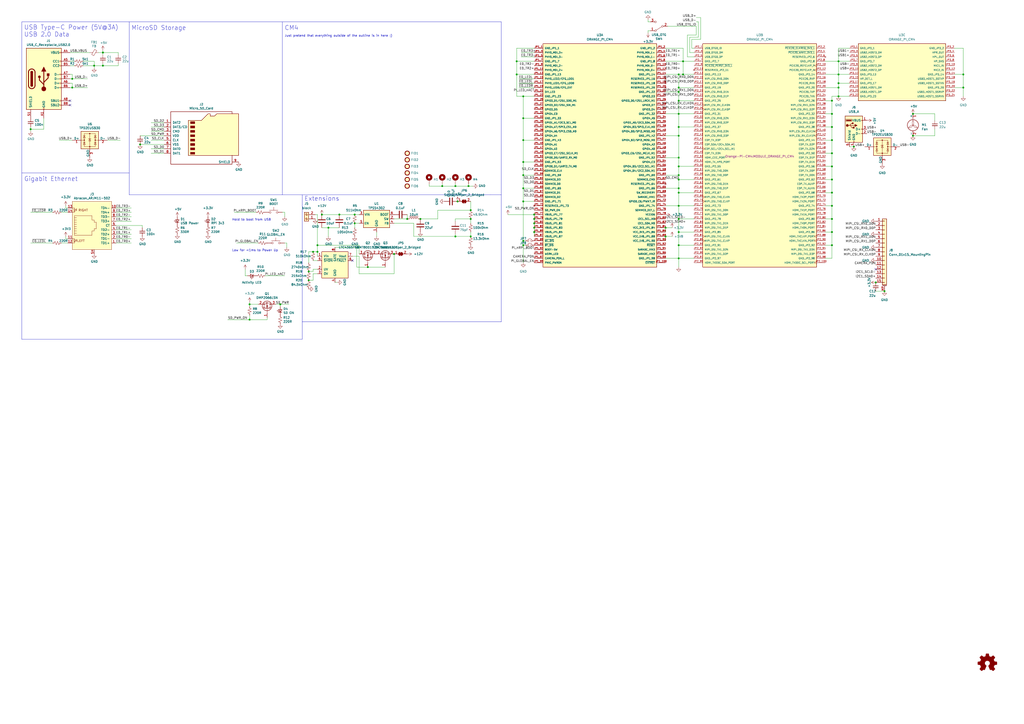
<source format=kicad_sch>
(kicad_sch (version 20230121) (generator eeschema)
  (paper "A2")
  (title_block (title "cm4-carrier-net") (date "2021-09-17") (rev "v1.0a") (company "fourside.io") (comment 1 "twitch.tv/jkiv"))
  (junction (at 529.59 66.04))
  (junction (at 486.41 48.26))
  (junction (at 482.6 119.38))
  (junction (at 558.8 43.18))
  (junction (at 59.69 30.48))
  (junction (at 196.85 124.46))
  (junction (at 205.74 124.46))
  (junction (at 393.7 73.66))
  (junction (at 264.16 107.95))
  (junction (at 482.6 104.14))
  (junction (at 273.05 137.16))
  (junction (at 213.36 154.94))
  (junction (at 393.7 96.52))
  (junction (at 17.78 74.93))
  (junction (at 393.7 91.44))
  (junction (at 558.8 50.8))
  (junction (at 309.88 134.62))
  (junction (at 393.7 78.74))
  (junction (at 303.53 101.6))
  (junction (at 309.88 124.46))
  (junction (at 299.72 43.18))
  (junction (at 486.41 50.8))
  (junction (at 393.7 66.04))
  (junction (at 59.69 38.1))
  (junction (at 303.53 81.28))
  (junction (at 482.6 66.04))
  (junction (at 482.6 81.28))
  (junction (at 186.69 124.46))
  (junction (at 529.59 78.74))
  (junction (at 393.7 149.86))
  (junction (at 393.7 119.38))
  (junction (at 482.6 96.52))
  (junction (at 303.53 142.24))
  (junction (at 309.88 132.08))
  (junction (at 486.41 55.88))
  (junction (at 81.28 83.82))
  (junction (at 41.91 50.8))
  (junction (at 482.6 73.66))
  (junction (at 508 163.83))
  (junction (at 482.6 88.9))
  (junction (at 144.78 176.53))
  (junction (at 273.05 127))
  (junction (at 393.7 101.6))
  (junction (at 303.53 68.58))
  (junction (at 393.7 142.24))
  (junction (at 243.84 127))
  (junction (at 386.08 132.08))
  (junction (at 482.6 111.76))
  (junction (at 386.08 137.16))
  (junction (at 482.6 134.62))
  (junction (at 54.61 38.1))
  (junction (at 482.6 127))
  (junction (at 393.7 43.18))
  (junction (at 144.78 185.42))
  (junction (at 393.7 50.8))
  (junction (at 396.24 35.56))
  (junction (at 303.53 116.84))
  (junction (at 495.3 85.09))
  (junction (at 179.07 162.56))
  (junction (at 184.15 146.05))
  (junction (at 303.53 93.98))
  (junction (at 273.05 121.92))
  (junction (at 393.7 127))
  (junction (at 236.22 127))
  (junction (at 271.78 107.95))
  (junction (at 309.88 129.54))
  (junction (at 205.74 129.54))
  (junction (at 393.7 104.14))
  (junction (at 179.07 157.48))
  (junction (at 303.53 109.22))
  (junction (at 228.6 147.32))
  (junction (at 264.16 137.16))
  (junction (at 396.24 43.18))
  (junction (at 393.7 109.22))
  (junction (at 190.5 132.08))
  (junction (at 486.41 43.18))
  (junction (at 256.54 107.95))
  (junction (at 265.43 116.84))
  (junction (at 309.88 127))
  (junction (at 184.15 142.24))
  (junction (at 393.7 58.42))
  (junction (at 393.7 111.76))
  (junction (at 41.91 45.72))
  (junction (at 513.08 168.91))
  (junction (at 393.7 53.34))
  (junction (at 482.6 58.42))
  (junction (at 181.61 146.05))
  (junction (at 393.7 134.62))
  (junction (at 303.53 55.88))
  (junction (at 162.56 176.53))
  (junction (at 299.72 35.56))
  (junction (at 482.6 142.24))
  (junction (at 303.53 139.7))
  (junction (at 486.41 35.56))
  (no_connect (at 40.64 58.42))
  (no_connect (at 204.47 151.13))
  (no_connect (at 508 156.21))
  (no_connect (at 40.64 60.96))
  (wire (pts (xy 482.6 149.86) (xy 482.6 142.24)))
  (wire (pts (xy 492.76 27.94) (xy 486.41 27.94)))
  (wire (pts (xy 492.76 85.09) (xy 495.3 85.09)))
  (wire (pts (xy 393.7 142.24) (xy 402.59 142.24)))
  (wire (pts (xy 95.25 73.66) (xy 87.63 73.66)))
  (wire (pts (xy 393.7 134.62) (xy 393.7 142.24)))
  (wire (pts (xy 393.7 58.42) (xy 393.7 66.04)))
  (wire (pts (xy 81.28 83.82) (xy 95.25 83.82)))
  (wire (pts (xy 243.84 127) (xy 254 127)))
  (wire (pts (xy 48.26 35.56) (xy 54.61 35.56)))
  (wire (pts (xy 486.41 43.18) (xy 486.41 48.26)))
  (polyline (pts (xy 12.7 196.85) (xy 175.26 196.85)) (stroke (width 0) (type solid)))
  (wire (pts (xy 303.53 81.28) (xy 309.88 81.28)))
  (wire (pts (xy 273.05 127) (xy 273.05 129.54)))
  (wire (pts (xy 218.44 134.62) (xy 218.44 137.16)))
  (wire (pts (xy 393.7 43.18) (xy 396.24 43.18)))
  (wire (pts (xy 478.79 119.38) (xy 482.6 119.38)))
  (wire (pts (xy 67.31 140.97) (xy 76.2 140.97)))
  (wire (pts (xy 67.31 138.43) (xy 76.2 138.43)))
  (wire (pts (xy 478.79 58.42) (xy 482.6 58.42)))
  (polyline (pts (xy 175.26 186.69) (xy 290.83 186.69)) (stroke (width 0) (type solid)))
  (wire (pts (xy 41.91 45.72) (xy 40.64 45.72)))
  (wire (pts (xy 135.89 123.19) (xy 148.59 123.19)))
  (wire (pts (xy 166.37 140.97) (xy 166.37 143.51)))
  (wire (pts (xy 553.72 27.94) (xy 558.8 27.94)))
  (wire (pts (xy 149.86 140.97) (xy 137.16 140.97)))
  (wire (pts (xy 478.79 149.86) (xy 482.6 149.86)))
  (wire (pts (xy 43.18 35.56) (xy 40.64 35.56)))
  (wire (pts (xy 398.78 20.32) (xy 403.86 20.32)))
  (wire (pts (xy 38.1 138.43) (xy 39.37 138.43)))
  (wire (pts (xy 303.53 101.6) (xy 303.53 93.98)))
  (wire (pts (xy 309.88 132.08) (xy 309.88 134.62)))
  (wire (pts (xy 68.58 38.1) (xy 59.69 38.1)))
  (wire (pts (xy 403.86 20.32) (xy 403.86 15.24)))
  (wire (pts (xy 132.08 185.42) (xy 144.78 185.42)))
  (polyline (pts (xy 290.83 12.7) (xy 290.83 186.69)) (stroke (width 0) (type solid)))
  (wire (pts (xy 396.24 43.18) (xy 396.24 35.56)))
  (wire (pts (xy 393.7 96.52) (xy 402.59 96.52)))
  (wire (pts (xy 254 121.92) (xy 254 127)))
  (wire (pts (xy 196.85 124.46) (xy 205.74 124.46)))
  (wire (pts (xy 248.92 106.68) (xy 248.92 107.95)))
  (wire (pts (xy 207.01 143.51) (xy 194.31 143.51)))
  (wire (pts (xy 274.32 107.95) (xy 271.78 107.95)))
  (wire (pts (xy 402.59 30.48) (xy 400.05 30.48)))
  (polyline (pts (xy 74.93 113.03) (xy 284.48 113.03)) (stroke (width 0) (type solid)))
  (wire (pts (xy 228.6 129.54) (xy 240.03 129.54)))
  (wire (pts (xy 482.6 111.76) (xy 482.6 104.14)))
  (wire (pts (xy 144.78 176.53) (xy 144.78 177.8)))
  (wire (pts (xy 303.53 93.98) (xy 303.53 81.28)))
  (wire (pts (xy 299.72 43.18) (xy 299.72 35.56)))
  (wire (pts (xy 144.78 176.53) (xy 149.86 176.53)))
  (wire (pts (xy 67.31 125.73) (xy 76.2 125.73)))
  (wire (pts (xy 302.26 30.48) (xy 309.88 30.48)))
  (wire (pts (xy 402.59 27.94) (xy 401.32 27.94)))
  (wire (pts (xy 41.91 45.72) (xy 50.8 45.72)))
  (wire (pts (xy 179.07 157.48) (xy 181.61 157.48)))
  (wire (pts (xy 389.89 132.08) (xy 386.08 132.08)))
  (wire (pts (xy 393.7 43.18) (xy 393.7 50.8)))
  (wire (pts (xy 59.69 38.1) (xy 59.69 36.83)))
  (wire (pts (xy 67.31 130.81) (xy 82.55 130.81)))
  (wire (pts (xy 273.05 116.84) (xy 273.05 121.92)))
  (wire (pts (xy 57.15 30.48) (xy 59.69 30.48)))
  (wire (pts (xy 478.79 43.18) (xy 486.41 43.18)))
  (wire (pts (xy 184.15 142.24) (xy 184.15 146.05)))
  (wire (pts (xy 95.25 76.2) (xy 87.63 76.2)))
  (wire (pts (xy 62.23 81.28) (xy 69.85 81.28)))
  (wire (pts (xy 205.74 124.46) (xy 208.28 124.46)))
  (wire (pts (xy 25.4 68.58) (xy 25.4 74.93)))
  (wire (pts (xy 406.4 22.86) (xy 406.4 10.16)))
  (wire (pts (xy 400.05 21.59) (xy 405.13 21.59)))
  (wire (pts (xy 482.6 58.42) (xy 482.6 55.88)))
  (wire (pts (xy 299.72 55.88) (xy 299.72 43.18)))
  (wire (pts (xy 393.7 66.04) (xy 402.59 66.04)))
  (wire (pts (xy 68.58 31.75) (xy 68.58 30.48)))
  (wire (pts (xy 303.53 139.7) (xy 304.8 139.7)))
  (wire (pts (xy 393.7 127) (xy 393.7 134.62)))
  (wire (pts (xy 204.47 148.59) (xy 208.28 148.59)))
  (wire (pts (xy 303.53 68.58) (xy 309.88 68.58)))
  (wire (pts (xy 393.7 111.76) (xy 402.59 111.76)))
  (wire (pts (xy 68.58 38.1) (xy 68.58 36.83)))
  (wire (pts (xy 393.7 134.62) (xy 402.59 134.62)))
  (wire (pts (xy 401.32 22.86) (xy 406.4 22.86)))
  (wire (pts (xy 208.28 158.75) (xy 228.6 158.75)))
  (wire (pts (xy 482.6 55.88) (xy 486.41 55.88)))
  (wire (pts (xy 386.08 149.86) (xy 393.7 149.86)))
  (wire (pts (xy 309.88 129.54) (xy 309.88 132.08)))
  (wire (pts (xy 165.1 140.97) (xy 166.37 140.97)))
  (wire (pts (xy 482.6 88.9) (xy 482.6 81.28)))
  (wire (pts (xy 273.05 127) (xy 264.16 127)))
  (polyline (pts (xy 12.7 12.7) (xy 12.7 196.85)) (stroke (width 0) (type solid)))
  (wire (pts (xy 558.8 50.8) (xy 558.8 55.88)))
  (wire (pts (xy 190.5 137.16) (xy 190.5 132.08)))
  (wire (pts (xy 208.28 147.32) (xy 208.28 142.24)))
  (wire (pts (xy 542.29 66.04) (xy 529.59 66.04)))
  (wire (pts (xy 144.78 185.42) (xy 154.94 185.42)))
  (wire (pts (xy 482.6 134.62) (xy 482.6 127)))
  (wire (pts (xy 386.08 119.38) (xy 393.7 119.38)))
  (wire (pts (xy 236.22 127) (xy 236.22 124.46)))
  (wire (pts (xy 17.78 123.19) (xy 30.48 123.19)))
  (wire (pts (xy 553.72 43.18) (xy 558.8 43.18)))
  (wire (pts (xy 553.72 50.8) (xy 558.8 50.8)))
  (wire (pts (xy 393.7 119.38) (xy 393.7 127)))
  (wire (pts (xy 59.69 30.48) (xy 68.58 30.48)))
  (wire (pts (xy 41.91 81.28) (xy 34.29 81.28)))
  (wire (pts (xy 273.05 121.92) (xy 254 121.92)))
  (wire (pts (xy 59.69 29.21) (xy 59.69 30.48)))
  (wire (pts (xy 542.29 66.04) (xy 542.29 69.85)))
  (wire (pts (xy 81.28 78.74) (xy 95.25 78.74)))
  (wire (pts (xy 393.7 119.38) (xy 402.59 119.38)))
  (wire (pts (xy 303.53 68.58) (xy 303.53 55.88)))
  (wire (pts (xy 402.59 149.86) (xy 393.7 149.86)))
  (wire (pts (xy 184.15 124.46) (xy 184.15 142.24)))
  (wire (pts (xy 154.94 185.42) (xy 154.94 184.15)))
  (wire (pts (xy 240.03 129.54) (xy 240.03 137.16)))
  (wire (pts (xy 303.53 81.28) (xy 303.53 68.58)))
  (wire (pts (xy 375.92 11.43) (xy 375.92 12.7)))
  (wire (pts (xy 393.7 73.66) (xy 393.7 78.74)))
  (wire (pts (xy 40.64 38.1) (xy 43.18 38.1)))
  (wire (pts (xy 403.86 12.7) (xy 405.13 12.7)))
  (wire (pts (xy 396.24 27.94) (xy 386.08 27.94)))
  (wire (pts (xy 95.25 81.28) (xy 87.63 81.28)))
  (wire (pts (xy 486.41 50.8) (xy 486.41 55.88)))
  (wire (pts (xy 181.61 156.21) (xy 181.61 157.48)))
  (wire (pts (xy 179.07 152.4) (xy 179.07 146.05)))
  (wire (pts (xy 393.7 127) (xy 402.59 127)))
  (wire (pts (xy 402.59 33.02) (xy 398.78 33.02)))
  (wire (pts (xy 190.5 132.08) (xy 196.85 132.08)))
  (wire (pts (xy 142.24 160.02) (xy 142.24 156.21)))
  (wire (pts (xy 492.76 35.56) (xy 486.41 35.56)))
  (wire (pts (xy 303.53 139.7) (xy 303.53 116.84)))
  (wire (pts (xy 478.79 134.62) (xy 482.6 134.62)))
  (polyline (pts (xy 284.48 113.03) (xy 290.83 113.03)) (stroke (width 0) (type solid)))
  (wire (pts (xy 558.8 27.94) (xy 558.8 43.18)))
  (wire (pts (xy 17.78 74.93) (xy 17.78 73.66)))
  (wire (pts (xy 54.61 38.1) (xy 54.61 39.37)))
  (wire (pts (xy 300.99 50.8) (xy 309.88 50.8)))
  (wire (pts (xy 303.53 142.24) (xy 304.8 142.24)))
  (wire (pts (xy 17.78 74.93) (xy 25.4 74.93)))
  (wire (pts (xy 205.74 129.54) (xy 208.28 129.54)))
  (wire (pts (xy 478.79 35.56) (xy 486.41 35.56)))
  (wire (pts (xy 478.79 66.04) (xy 482.6 66.04)))
  (wire (pts (xy 256.54 106.68) (xy 256.54 107.95)))
  (wire (pts (xy 95.25 86.36) (xy 87.63 86.36)))
  (wire (pts (xy 240.03 137.16) (xy 264.16 137.16)))
  (wire (pts (xy 482.6 142.24) (xy 482.6 134.62)))
  (wire (pts (xy 396.24 35.56) (xy 402.59 35.56)))
  (wire (pts (xy 39.37 123.19) (xy 35.56 123.19)))
  (wire (pts (xy 403.86 15.24) (xy 387.35 15.24)))
  (wire (pts (xy 386.08 35.56) (xy 396.24 35.56)))
  (wire (pts (xy 393.7 149.86) (xy 393.7 154.94)))
  (wire (pts (xy 179.07 146.05) (xy 181.61 146.05)))
  (wire (pts (xy 393.7 66.04) (xy 393.7 73.66)))
  (wire (pts (xy 400.05 30.48) (xy 400.05 21.59)))
  (wire (pts (xy 386.08 132.08) (xy 386.08 134.62)))
  (wire (pts (xy 82.55 130.81) (xy 82.55 132.08)))
  (wire (pts (xy 207.01 154.94) (xy 207.01 143.51)))
  (wire (pts (xy 299.72 27.94) (xy 309.88 27.94)))
  (wire (pts (xy 405.13 21.59) (xy 405.13 12.7)))
  (wire (pts (xy 508 168.91) (xy 513.08 168.91)))
  (wire (pts (xy 482.6 73.66) (xy 482.6 66.04)))
  (wire (pts (xy 482.6 104.14) (xy 482.6 96.52)))
  (wire (pts (xy 299.72 35.56) (xy 299.72 27.94)))
  (wire (pts (xy 386.08 137.16) (xy 386.08 139.7)))
  (wire (pts (xy 396.24 43.18) (xy 402.59 43.18)))
  (wire (pts (xy 48.26 38.1) (xy 54.61 38.1)))
  (wire (pts (xy 303.53 109.22) (xy 303.53 101.6)))
  (wire (pts (xy 478.79 50.8) (xy 486.41 50.8)))
  (wire (pts (xy 205.74 132.08) (xy 205.74 129.54)))
  (wire (pts (xy 59.69 38.1) (xy 54.61 38.1)))
  (wire (pts (xy 486.41 55.88) (xy 492.76 55.88)))
  (wire (pts (xy 386.08 53.34) (xy 393.7 53.34)))
  (wire (pts (xy 228.6 158.75) (xy 228.6 147.32)))
  (wire (pts (xy 41.91 50.8) (xy 40.64 50.8)))
  (wire (pts (xy 264.16 137.16) (xy 273.05 137.16)))
  (wire (pts (xy 223.52 154.94) (xy 213.36 154.94)))
  (wire (pts (xy 386.08 109.22) (xy 393.7 109.22)))
  (wire (pts (xy 67.31 120.65) (xy 76.2 120.65)))
  (wire (pts (xy 40.64 30.48) (xy 52.07 30.48)))
  (wire (pts (xy 492.76 43.18) (xy 486.41 43.18)))
  (wire (pts (xy 194.31 163.83) (xy 195.58 163.83)))
  (wire (pts (xy 478.79 142.24) (xy 482.6 142.24)))
  (wire (pts (xy 492.76 48.26) (xy 486.41 48.26)))
  (wire (pts (xy 184.15 146.05) (xy 184.15 148.59)))
  (wire (pts (xy 303.53 116.84) (xy 303.53 109.22)))
  (wire (pts (xy 558.8 43.18) (xy 558.8 50.8)))
  (wire (pts (xy 162.56 176.53) (xy 167.64 176.53)))
  (wire (pts (xy 393.7 104.14) (xy 402.59 104.14)))
  (wire (pts (xy 67.31 135.89) (xy 76.2 135.89)))
  (wire (pts (xy 59.69 31.75) (xy 59.69 30.48)))
  (wire (pts (xy 393.7 53.34) (xy 393.7 58.42)))
  (wire (pts (xy 309.88 124.46) (xy 309.88 127)))
  (wire (pts (xy 181.61 151.13) (xy 184.15 151.13)))
  (wire (pts (xy 184.15 142.24) (xy 208.28 142.24)))
  (wire (pts (xy 144.78 182.88) (xy 144.78 185.42)))
  (wire (pts (xy 248.92 107.95) (xy 256.54 107.95)))
  (wire (pts (xy 302.26 33.02) (xy 309.88 33.02)))
  (wire (pts (xy 303.53 139.7) (xy 303.53 142.24)))
  (wire (pts (xy 386.08 137.16) (xy 389.89 137.16)))
  (wire (pts (xy 160.02 176.53) (xy 162.56 176.53)))
  (wire (pts (xy 375.92 19.05) (xy 375.92 17.78)))
  (wire (pts (xy 393.7 50.8) (xy 402.59 50.8)))
  (wire (pts (xy 542.29 78.74) (xy 542.29 74.93)))
  (wire (pts (xy 67.31 128.27) (xy 76.2 128.27)))
  (wire (pts (xy 165.1 123.19) (xy 165.1 125.73)))
  (wire (pts (xy 393.7 58.42) (xy 402.59 58.42)))
  (wire (pts (xy 478.79 73.66) (xy 482.6 73.66)))
  (wire (pts (xy 39.37 140.97) (xy 35.56 140.97)))
  (wire (pts (xy 486.41 35.56) (xy 486.41 43.18)))
  (wire (pts (xy 153.67 160.02) (xy 165.1 160.02)))
  (wire (pts (xy 398.78 33.02) (xy 398.78 20.32)))
  (wire (pts (xy 41.91 43.18) (xy 41.91 45.72)))
  (wire (pts (xy 299.72 55.88) (xy 303.53 55.88)))
  (wire (pts (xy 228.6 127) (xy 236.22 127)))
  (wire (pts (xy 309.88 127) (xy 309.88 129.54)))
  (wire (pts (xy 386.08 78.74) (xy 393.7 78.74)))
  (wire (pts (xy 486.41 27.94) (xy 486.41 35.56)))
  (wire (pts (xy 294.64 124.46) (xy 309.88 124.46)))
  (wire (pts (xy 303.53 116.84) (xy 309.88 116.84)))
  (wire (pts (xy 393.7 109.22) (xy 393.7 111.76)))
  (wire (pts (xy 144.78 175.26) (xy 144.78 176.53)))
  (wire (pts (xy 264.16 106.68) (xy 264.16 107.95)))
  (wire (pts (xy 271.78 107.95) (xy 271.78 106.68)))
  (wire (pts (xy 264.16 127) (xy 264.16 128.27)))
  (wire (pts (xy 482.6 119.38) (xy 482.6 111.76)))
  (wire (pts (xy 303.53 101.6) (xy 309.88 101.6)))
  (wire (pts (xy 486.41 48.26) (xy 486.41 50.8)))
  (wire (pts (xy 303.53 93.98) (xy 309.88 93.98)))
  (wire (pts (xy 40.64 48.26) (xy 41.91 48.26)))
  (wire (pts (xy 299.72 43.18) (xy 309.88 43.18)))
  (wire (pts (xy 162.56 177.8) (xy 162.56 176.53)))
  (wire (pts (xy 186.69 132.08) (xy 190.5 132.08)))
  (wire (pts (xy 393.7 104.14) (xy 393.7 109.22)))
  (wire (pts (xy 17.78 140.97) (xy 30.48 140.97)))
  (wire (pts (xy 41.91 50.8) (xy 50.8 50.8)))
  (wire (pts (xy 375.92 17.78) (xy 377.19 17.78)))
  (wire (pts (xy 213.36 154.94) (xy 207.01 154.94)))
  (wire (pts (xy 184.15 146.05) (xy 181.61 146.05)))
  (wire (pts (xy 38.1 120.65) (xy 39.37 120.65)))
  (wire (pts (xy 38.1 137.16) (xy 38.1 138.43)))
  (wire (pts (xy 143.51 160.02) (xy 142.24 160.02)))
  (wire (pts (xy 386.08 91.44) (xy 393.7 91.44)))
  (wire (pts (xy 386.08 66.04) (xy 393.7 66.04)))
  (wire (pts (xy 303.53 55.88) (xy 309.88 55.88)))
  (wire (pts (xy 478.79 111.76) (xy 482.6 111.76)))
  (wire (pts (xy 181.61 158.75) (xy 184.15 158.75)))
  (wire (pts (xy 264.16 135.89) (xy 264.16 137.16)))
  (wire (pts (xy 529.59 78.74) (xy 542.29 78.74)))
  (wire (pts (xy 181.61 158.75) (xy 181.61 162.56)))
  (wire (pts (xy 41.91 48.26) (xy 41.91 50.8)))
  (wire (pts (xy 256.54 107.95) (xy 264.16 107.95)))
  (wire (pts (xy 393.7 111.76) (xy 393.7 119.38)))
  (wire (pts (xy 482.6 127) (xy 482.6 119.38)))
  (polyline (pts (xy 163.83 113.03) (xy 163.83 12.7)) (stroke (width 0) (type solid)))
  (wire (pts (xy 482.6 81.28) (xy 482.6 73.66)))
  (wire (pts (xy 181.61 156.21) (xy 184.15 156.21)))
  (wire (pts (xy 208.28 148.59) (xy 208.28 158.75)))
  (polyline (pts (xy 74.93 100.33) (xy 12.7 100.33)) (stroke (width 0) (type solid)))
  (wire (pts (xy 393.7 101.6) (xy 393.7 104.14)))
  (wire (pts (xy 401.32 27.94) (xy 401.32 22.86)))
  (wire (pts (xy 393.7 50.8) (xy 393.7 53.34)))
  (wire (pts (xy 393.7 78.74) (xy 393.7 91.44)))
  (wire (pts (xy 273.05 134.62) (xy 273.05 137.16)))
  (wire (pts (xy 95.25 88.9) (xy 87.63 88.9)))
  (polyline (pts (xy 74.93 12.7) (xy 74.93 113.03)) (stroke (width 0) (type solid)))
  (wire (pts (xy 179.07 162.56) (xy 181.61 162.56)))
  (wire (pts (xy 478.79 96.52) (xy 482.6 96.52)))
  (wire (pts (xy 40.64 43.18) (xy 41.91 43.18)))
  (wire (pts (xy 54.61 35.56) (xy 54.61 38.1)))
  (wire (pts (xy 482.6 96.52) (xy 482.6 88.9)))
  (wire (pts (xy 482.6 66.04) (xy 482.6 58.42)))
  (wire (pts (xy 299.72 35.56) (xy 309.88 35.56)))
  (wire (pts (xy 163.83 123.19) (xy 165.1 123.19)))
  (wire (pts (xy 478.79 104.14) (xy 482.6 104.14)))
  (wire (pts (xy 393.7 91.44) (xy 393.7 96.52)))
  (wire (pts (xy 478.79 127) (xy 482.6 127)))
  (wire (pts (xy 393.7 142.24) (xy 393.7 149.86)))
  (wire (pts (xy 186.69 124.46) (xy 196.85 124.46)))
  (wire (pts (xy 393.7 96.52) (xy 393.7 101.6)))
  (wire (pts (xy 300.99 48.26) (xy 309.88 48.26)))
  (wire (pts (xy 393.7 43.18) (xy 386.08 43.18)))
  (wire (pts (xy 67.31 133.35) (xy 76.2 133.35)))
  (wire (pts (xy 300.99 45.72) (xy 309.88 45.72)))
  (wire (pts (xy 264.16 107.95) (xy 271.78 107.95)))
  (wire (pts (xy 478.79 81.28) (xy 482.6 81.28)))
  (wire (pts (xy 303.53 109.22) (xy 309.88 109.22)))
  (polyline (pts (xy 175.26 113.03) (xy 175.26 196.85)) (stroke (width 0) (type solid)))
  (wire (pts (xy 393.7 73.66) (xy 402.59 73.66)))
  (wire (pts (xy 309.88 134.62) (xy 309.88 137.16)))
  (polyline (pts (xy 12.7 12.7) (xy 290.83 12.7)) (stroke (width 0) (type solid)))
  (wire (pts (xy 38.1 119.38) (xy 38.1 120.65)))
  (wire (pts (xy 478.79 88.9) (xy 482.6 88.9)))
  (wire (pts (xy 396.24 35.56) (xy 396.24 27.94)))
  (wire (pts (xy 375.92 12.7) (xy 377.19 12.7)))
  (wire (pts (xy 17.78 76.2) (xy 17.78 74.93)))
  (wire (pts (xy 182.88 124.46) (xy 184.15 124.46)))
  (wire (pts (xy 95.25 71.12) (xy 87.63 71.12)))
  (wire (pts (xy 403.86 10.16) (xy 406.4 10.16)))
  (wire (pts (xy 303.53 152.4) (xy 303.53 142.24)))
  (wire (pts (xy 386.08 101.6) (xy 393.7 101.6)))
  (wire (pts (xy 67.31 123.19) (xy 76.2 123.19)))
  (text "MicroSD Storage" (at 76.2 17.78 0) (effects (font (size 2.54 2.54)) (justify left bottom)))
  (text "Extensions" (at 176.53 116.84 0) (effects (font (size 2.54 2.54)) (justify left bottom)))
  (text "USB Type-C Power (5V@3A)\nUSB 2.0 Data" (at 13.97 21.59 0) (effects (font (size 2.54 2.54)) (justify left bottom)))
  (text "Hold to boot from USB" (at 134.62 128.27 0) (effects (font (size 1.27 1.27)) (justify left bottom)))
  (text "Gigabit Ethernet" (at 13.97 105.41 0) (effects (font (size 2.54 2.54)) (justify left bottom)))
  (text "Just pretend that everything outside of the outline is in here ;)" (at 165.1 21.59 0) (effects (font (size 1.27 1.27)) (justify left bottom)))
  (text "CM4" (at 165.1 17.78 0) (effects (font (size 2.54 2.54)) (justify left bottom)))
  (text "Low for <1ms to Power Up" (at 134.62 146.05 0) (effects (font (size 1.27 1.27)) (justify left bottom)))
  (label "USB-" (at 521.97 85.09 0))
  (label "MIPI_CSI_RX_CLK0P" (at 508 148.59 180))
  (label "MIPI_CSI_RX0_D0N" (at 402.59 45.72 180))
  (label "E0_TR1-" (at 67.31 133.35 0))
  (label "E0_LEDL" (at 300.99 45.72 0))
  (label "MIPI_CSI_RX_CLK0N" (at 508 146.05 180))
  (label "USB_VBUS" (at 40.64 30.48 0))
  (label "USB_D+" (at 43.18 50.8 0))
  (label "MIPI_CSI_RX1_D0N" (at 508 138.43 180))
  (label "SD_CLK" (at 309.88 99.06 180))
  (label "CAMERA_PDN" (at 508 153.67 180))
  (label "~{E0_LEDR}" (at 300.99 50.8 0))
  (label "USB+" (at 501.65 85.09 180))
  (label "SD_D3" (at 95.25 73.66 180))
  (label "SD_D1" (at 95.25 88.9 180))
  (label "MIPI_CSI_RX0_D0P" (at 613.41 218.44 180))
  (label "E0_TR2+" (at 67.31 128.27 0))
  (label "SD_D2" (at 309.88 114.3 180))
  (label "E0_TR1+" (at 386.08 30.48 0))
  (label "MIPI_CSI_RX_CLK0P" (at 402.59 63.5 180))
  (label "I2C1_SDA0+" (at 508 161.29 180))
  (label "~{E0_LEDR}" (at 26.67 123.19 180))
  (label "PI_GLOBAL_EN" (at 309.88 152.4 180))
  (label "USB_D-" (at 62.23 81.28 0))
  (label "MIPI_CSI_RX1_D0P" (at 402.59 55.88 180))
  (label "PI_LED_nACT" (at 309.88 53.34 180))
  (label "USB-" (at 492.76 38.1 180))
  (label "SD_CMD" (at 386.08 104.14 0))
  (label "USB_D+" (at 41.91 81.28 180))
  (label "SD_D0" (at 309.88 106.68 180))
  (label "MIPI_CSI_RX1_D0N" (at 402.59 53.34 180))
  (label "USB1+" (at 492.76 33.02 180))
  (label "USB_D-" (at 403.86 12.7 180))
  (label "I2C1_SCL0-" (at 386.08 127 0))
  (label "E0_TR0-" (at 386.08 38.1 0))
  (label "E0_TR1+" (at 67.31 135.89 0))
  (label "MIPI_CSI_RX0_D0N" (at 508 130.81 180))
  (label "MIPI_CSI_RX0_D0N" (at 613.41 215.9 180))
  (label "CAMERA_PDN" (at 309.88 149.86 180))
  (label "~{E0_LEDL}" (at 26.67 140.97 180))
  (label "MIPI_CSI_RX1_D0P" (at 508 140.97 180))
  (label "MIPI_CSI_RX0_D0P" (at 402.59 48.26 180))
  (label "E0_TR2-" (at 67.31 125.73 0))
  (label "SD_D0" (at 95.25 86.36 180))
  (label "I2C1_SDA0+" (at 386.08 129.54 0))
  (label "E0_TR0+" (at 67.31 140.97 0))
  (label "SD_CLK" (at 95.25 81.28 180))
  (label "SD_D1" (at 309.88 111.76 180))
  (label "PI_nRPI_BOOT" (at 148.59 123.19 180))
  (label "USB1-" (at 492.76 30.48 180))
  (label "SD_D3" (at 309.88 104.14 180))
  (label "PI_GLOBAL_EN" (at 149.86 140.97 180))
  (label "E0_TR3-" (at 67.31 120.65 0))
  (label "E0_TR3+" (at 67.31 123.19 0))
  (label "SD_D2" (at 95.25 71.12 180))
  (label "PI_nRPI_BOOT" (at 309.88 144.78 180))
  (label "I2C1_SCL0-" (at 508 158.75 180))
  (label "E0_TR0-" (at 67.31 138.43 0))
  (label "SD_PWR_ON" (at 143.51 185.42 180))
  (label "USB_OTG_ID" (at 403.86 15.24 180))
  (label "USB_D+" (at 403.86 10.16 180))
  (label "E0_TR0+" (at 386.08 40.64 0))
  (label "USB_D-" (at 43.18 45.72 0))
  (label "USB+" (at 502.92 74.93 0))
  (label "E0_TR2+" (at 309.88 40.64 180))
  (label "E0_TR3-" (at 302.26 33.02 0))
  (label "E0_TR2-" (at 309.88 38.1 180))
  (label "MIPI_CSI_RX_CLK0N" (at 402.59 60.96 180))
  (label "MIPI_CSI_RX0_D0P" (at 508 133.35 180))
  (label "E0_TR3+" (at 302.26 30.48 0))
  (label "SD_PWR" (at 160.02 176.53 0))
  (label "PI_LED_nACT" (at 153.67 160.02 0))
  (label "E0_TR1-" (at 386.08 33.02 0))
  (label "USB-" (at 502.92 77.47 0))
  (label "SD_PWR" (at 87.63 78.74 0))
  (label "~{E0_LEDL}" (at 300.99 48.26 0))
  (label "SD_CMD" (at 95.25 76.2 180))
  (label "SD_PWR_ON" (at 309.88 121.92 180))
  (label "USB+" (at 492.76 40.64 180))
  (symbol (lib_id "Connector:USB_C_Receptacle_USB2.0") (at 25.4 45.72 0) (unit 1)
    (property "Reference" "J1" (at 28.1178 23.6982 0))
    (property "Value" "USB_C_Receptacle_USB2.0" (at 28.1178 26.0096 0))
    (property "Footprint" "jkiv-library:USB_C_Receptacle_GCT-USB4105" (effects hide))
    (property "Datasheet" "https://www.usb.org/sites/default/files/documents/usb_type-c.zip" (effects hide))
  )
  (symbol (lib_id "Device:R_Small_US") (at 45.72 35.56 270) (unit 1)
    (property "Reference" "R1" (at 41.91 34.29 90))
    (property "Value" "5k1" (at 49.53 34.29 90))
    (property "Footprint" "Resistor_SMD:R_0603_1608Metric" (effects hide))
  )
  (symbol (lib_id "Device:R_Small_US") (at 45.72 38.1 270) (unit 1)
    (property "Reference" "R2" (at 41.91 36.83 90))
    (property "Value" "5k1" (at 49.53 36.83 90))
    (property "Footprint" "Resistor_SMD:R_0603_1608Metric" (effects hide))
  )
  (symbol (lib_id "power:GND") (at 54.61 39.37 0) (unit 1)
    (property "Reference" "#PWR0101" (effects hide))
    (property "Value" "GND" (at 54.737 43.7642 0))
  )
  (symbol (lib_id "Connector:Micro_SD_Card") (at 118.11 78.74 0) (unit 1)
    (property "Reference" "J2" (at 116.84 60.5282 0))
    (property "Value" "Micro_SD_Card" (at 116.84 62.8396 0))
    (property "Footprint" "Connector_Card:microSD_HC_Molex_104031-0811" (effects hide))
    (property "Datasheet" "http://katalog.we-online.de/em/datasheet/693072010801.pdf" (effects hide))
  )
  (symbol (lib_id "power:GND") (at 138.43 93.98 0) (unit 1)
    (property "Reference" "#PWR0112" (effects hide))
    (property "Value" "GND" (at 138.557 98.3742 0))
  )
  (symbol (lib_id "cm4-carrier-net-rescue:Abracon_ARJM11-502-jkiv-abracon") (at 54.61 130.81 0) (unit 1)
    (property "Reference" "J3" (at 53.34 112.649 0))
    (property "Value" "Abracon_ARJM11-502" (at 53.34 114.9604 0))
    (property "Footprint" "jkiv-library:RJ45_Abracon_ARJM11" (effects hide))
    (property "Datasheet" "https://abracon.com/Magnetics/ARJM11.pdf" (effects hide))
  )
  (symbol (lib_id "power:+3V3") (at 38.1 137.16 0) (unit 1)
    (property "Reference" "#PWR0106" (effects hide))
    (property "Value" "+3V3" (at 38.481 132.7658 0))
  )
  (symbol (lib_id "power:GND") (at 81.28 83.82 0) (unit 1)
    (property "Reference" "#PWR0114" (effects hide))
    (property "Value" "GND" (at 81.407 88.2142 0))
  )
  (symbol (lib_id "Device:C_Small") (at 81.28 81.28 0) (unit 1)
    (property "Reference" "C4" (at 83.6168 80.1116 0) (effects (justify left)))
    (property "Value" "22u" (at 83.6168 82.423 0) (effects (justify left)))
    (property "Footprint" "Capacitor_SMD:C_0805_2012Metric" (effects hide))
  )
  (symbol (lib_id "Device:R_Small_US") (at 33.02 123.19 270) (unit 1)
    (property "Reference" "R3" (at 29.21 121.92 90))
    (property "Value" "220R" (at 36.83 121.92 90))
    (property "Footprint" "Resistor_SMD:R_0603_1608Metric" (effects hide))
  )
  (symbol (lib_id "Device:R_Small_US") (at 33.02 140.97 270) (unit 1)
    (property "Reference" "R4" (at 29.21 139.7 90))
    (property "Value" "220R" (at 36.83 139.7 90))
    (property "Footprint" "Resistor_SMD:R_0603_1608Metric" (effects hide))
  )
  (symbol (lib_id "Device:C_Small") (at 17.78 71.12 0) (unit 1)
    (property "Reference" "C5" (at 20.1168 69.9516 0) (effects (justify left)))
    (property "Value" "100n" (at 20.1168 72.263 0) (effects (justify left)))
    (property "Footprint" "Capacitor_SMD:C_0805_2012Metric" (effects hide))
  )
  (symbol (lib_id "Graphic:Logo_Open_Hardware_Small") (at 572.77 384.81 0) (unit 1)
    (property "Reference" "LOGO1" (effects hide))
    (property "Value" "Logo_Open_Hardware_Small" (effects hide))
    (property "Footprint" "Symbol:OSHW-Symbol_6.7x6mm_Copper" (effects hide))
  )
  (symbol (lib_id "Power_Protection:TPD2EUSB30") (at 52.07 81.28 0) (unit 1)
    (property "Reference" "U6" (at 52.07 71.9582 0))
    (property "Value" "TPD2EUSB30" (at 52.07 74.2696 0))
    (property "Footprint" "Package_TO_SOT_SMD:Texas_DRT-3" (effects hide))
    (property "Datasheet" "http://www.ti.com/lit/ds/symlink/tpd2eusb30a.pdf" (effects hide))
  )
  (symbol (lib_id "power:GND") (at 17.78 76.2 0) (unit 1)
    (property "Reference" "#PWR0107" (effects hide))
    (property "Value" "GND" (at 17.907 80.5942 0))
  )
  (symbol (lib_id "Device:C_Small") (at 68.58 34.29 0) (unit 1)
    (property "Reference" "C2" (at 70.9168 33.1216 0) (effects (justify left)))
    (property "Value" "22u" (at 70.9168 35.433 0) (effects (justify left)))
    (property "Footprint" "Capacitor_SMD:C_0805_2012Metric" (effects hide))
  )
  (symbol (lib_id "cm4-carrier-net-rescue:Ferrite_Bead_Small-Device") (at 54.61 30.48 270) (unit 1)
    (property "Reference" "FB1" (at 54.61 24.4602 90))
    (property "Value" "FB" (at 54.61 26.7716 90))
    (property "Footprint" "Inductor_SMD:L_0805_2012Metric" (effects hide))
  )
  (symbol (lib_id "power:GND") (at 52.07 91.44 0) (unit 1)
    (property "Reference" "#PWR0109" (effects hide))
    (property "Value" "GND" (at 52.197 95.8342 0))
  )
  (symbol (lib_id "Device:C_Small") (at 59.69 34.29 0) (unit 1)
    (property "Reference" "C1" (at 62.0268 33.1216 0) (effects (justify left)))
    (property "Value" "22u" (at 62.0268 35.433 0) (effects (justify left)))
    (property "Footprint" "Capacitor_SMD:C_0805_2012Metric" (effects hide))
  )
  (symbol (lib_id "Mechanical:Fiducial") (at 236.22 100.33 0) (unit 1)
    (property "Reference" "FID4" (at 238.379 100.33 0) (effects (justify left)))
    (property "Value" "Fiducial" (effects hide))
    (property "Footprint" "Fiducial:Fiducial_0.75mm_Mask1.5mm" (effects hide))
  )
  (symbol (lib_id "Mechanical:Fiducial") (at 236.22 104.14 0) (unit 1)
    (property "Reference" "FID5" (at 238.379 104.14 0) (effects (justify left)))
    (property "Value" "Fiducial" (effects hide))
    (property "Footprint" "Fiducial:Fiducial_0.75mm_Mask1.5mm" (effects hide))
  )
  (symbol (lib_id "Mechanical:Fiducial") (at 236.22 107.95 0) (unit 1)
    (property "Reference" "FID6" (at 238.379 107.95 0) (effects (justify left)))
    (property "Value" "Fiducial" (effects hide))
    (property "Footprint" "Fiducial:Fiducial_0.75mm_Mask1.5mm" (effects hide))
  )
  (symbol (lib_id "Device:LED_Small") (at 146.05 160.02 180) (unit 1)
    (property "Reference" "D3" (at 146.05 157.48 0))
    (property "Value" "Activity LED" (at 146.05 163.83 0))
    (property "Footprint" "LED_SMD:LED_0603_1608Metric" (effects hide))
  )
  (symbol (lib_id "power:GND") (at 54.61 147.32 0) (unit 1)
    (property "Reference" "#PWR0105" (effects hide))
    (property "Value" "GND" (at 54.737 151.7142 0))
  )
  (symbol (lib_id "Device:C_Small") (at 82.55 134.62 0) (unit 1)
    (property "Reference" "C3" (at 84.8868 133.4516 0) (effects (justify left)))
    (property "Value" "100n" (at 84.8868 135.763 0) (effects (justify left)))
    (property "Footprint" "Capacitor_SMD:C_0805_2012Metric" (effects hide))
  )
  (symbol (lib_id "power:GND") (at 82.55 137.16 0) (unit 1)
    (property "Reference" "#PWR0113" (effects hide))
    (property "Value" "GND" (at 82.677 141.5542 0))
  )
  (symbol (lib_id "Switch:SW_Push") (at 158.75 123.19 0) (unit 1)
    (property "Reference" "SW1" (at 158.75 115.951 0))
    (property "Value" "BOOT" (at 158.75 118.2624 0))
    (property "Footprint" "Button_Switch_SMD:SW_SPST_B3U-1000P" (effects hide))
  )
  (symbol (lib_id "Switch:SW_Push") (at 160.02 140.97 0) (unit 1)
    (property "Reference" "SW2" (at 160.02 133.731 0))
    (property "Value" "GLOBAL_EN" (at 160.02 136.0424 0))
    (property "Footprint" "Button_Switch_SMD:SW_SPST_B3U-1000P" (effects hide))
  )
  (symbol (lib_id "Device:R_Small_US") (at 152.4 140.97 270) (unit 1)
    (property "Reference" "R11" (at 152.4 135.763 90))
    (property "Value" "220R" (at 152.4 138.0744 90))
    (property "Footprint" "Resistor_SMD:R_0603_1608Metric" (effects hide))
  )
  (symbol (lib_id "power:GND") (at 166.37 143.51 0) (unit 1)
    (property "Reference" "#PWR0117" (effects hide))
    (property "Value" "GND" (at 166.497 147.9042 0))
  )
  (symbol (lib_id "Device:R_Small_US") (at 151.13 123.19 270) (unit 1)
    (property "Reference" "R9" (at 151.13 117.983 90))
    (property "Value" "220R" (at 151.13 120.2944 90))
    (property "Footprint" "Resistor_SMD:R_0603_1608Metric" (effects hide))
  )
  (symbol (lib_id "power:GND") (at 165.1 125.73 0) (unit 1)
    (property "Reference" "#PWR0118" (effects hide))
    (property "Value" "GND" (at 165.227 130.1242 0))
  )
  (symbol (lib_id "Device:R_Small_US") (at 151.13 160.02 270) (unit 1)
    (property "Reference" "R10" (at 151.13 154.813 90))
    (property "Value" "220R" (at 151.13 157.1244 90))
    (property "Footprint" "Resistor_SMD:R_0603_1608Metric" (effects hide))
  )
  (symbol (lib_id "Device:R_Small_US") (at 144.78 180.34 180) (unit 1)
    (property "Reference" "R8" (at 146.5072 179.1716 0) (effects (justify right)))
    (property "Value" "220R" (at 146.5072 181.483 0) (effects (justify right)))
    (property "Footprint" "Resistor_SMD:R_0603_1608Metric" (effects hide))
  )
  (symbol (lib_id "Device:Q_PMOS_GSD") (at 154.94 179.07 270) (mirror x) (unit 1)
    (property "Reference" "Q1" (at 154.94 170.3832 90))
    (property "Value" "DMP2066LSN" (at 154.94 172.6946 90))
    (property "Footprint" "Package_TO_SOT_SMD:SC-59" (effects hide))
  )
  (symbol (lib_id "Device:R_Small_US") (at 162.56 185.42 0) (unit 1)
    (property "Reference" "R12" (at 164.2872 184.2516 0) (effects (justify left)))
    (property "Value" "220R" (at 164.2872 186.563 0) (effects (justify left)))
    (property "Footprint" "Resistor_SMD:R_0603_1608Metric" (effects hide))
  )
  (symbol (lib_id "power:GND") (at 162.56 187.96 0) (unit 1)
    (property "Reference" "#PWR0123" (effects hide))
    (property "Value" "GND" (at 162.687 192.3542 0))
  )
  (symbol (lib_id "Device:LED_Small") (at 162.56 180.34 90) (unit 1)
    (property "Reference" "D4" (at 164.338 179.1716 90) (effects (justify right)))
    (property "Value" "SD ON" (at 164.338 181.483 90) (effects (justify right)))
    (property "Footprint" "LED_SMD:LED_0603_1608Metric" (effects hide))
  )
  (symbol (lib_id "power:GND") (at 102.87 135.89 0) (unit 1)
    (property "Reference" "#PWR0124" (effects hide))
    (property "Value" "GND" (at 102.997 140.2842 0))
  )
  (symbol (lib_id "Device:R_Small_US") (at 102.87 133.35 0) (unit 1)
    (property "Reference" "R6" (at 104.5972 132.1816 0) (effects (justify left)))
    (property "Value" "330R" (at 104.5972 134.493 0) (effects (justify left)))
    (property "Footprint" "Resistor_SMD:R_0603_1608Metric" (effects hide))
  )
  (symbol (lib_id "power:+5V") (at 102.87 125.73 0) (unit 1)
    (property "Reference" "#PWR0125" (effects hide))
    (property "Value" "+5V" (at 103.251 121.3358 0))
  )
  (symbol (lib_id "Device:LED_Small") (at 102.87 128.27 90) (unit 1)
    (property "Reference" "D1" (at 104.648 127.1016 90) (effects (justify right)))
    (property "Value" "USB Power" (at 104.648 129.413 90) (effects (justify right)))
    (property "Footprint" "LED_SMD:LED_0603_1608Metric" (effects hide))
  )
  (symbol (lib_id "power:GND") (at 120.65 135.89 0) (unit 1)
    (property "Reference" "#PWR0126" (effects hide))
    (property "Value" "GND" (at 120.777 140.2842 0))
  )
  (symbol (lib_id "Device:R_Small_US") (at 120.65 133.35 0) (unit 1)
    (property "Reference" "R7" (at 122.3772 132.1816 0) (effects (justify left)))
    (property "Value" "220R" (at 122.3772 134.493 0) (effects (justify left)))
    (property "Footprint" "Resistor_SMD:R_0603_1608Metric" (effects hide))
  )
  (symbol (lib_id "Device:LED_Small") (at 120.65 128.27 90) (unit 1)
    (property "Reference" "D2" (at 122.428 127.1016 90) (effects (justify right)))
    (property "Value" "RPi 3v3" (at 122.428 129.413 90) (effects (justify right)))
    (property "Footprint" "LED_SMD:LED_0603_1608Metric" (effects hide))
  )
  (symbol (lib_id "Mechanical:MountingHole_Pad") (at 248.92 104.14 0) (unit 1)
    (property "Reference" "H1" (at 251.46 104.0638 0) (effects (justify left)))
    (property "Value" "MountingHole_Pad" (effects hide))
    (property "Footprint" "MountingHole:MountingHole_2.7mm_M2.5_Pad_Via" (effects hide))
  )
  (symbol (lib_id "Mechanical:MountingHole_Pad") (at 256.54 104.14 0) (unit 1)
    (property "Reference" "H2" (at 259.08 104.0638 0) (effects (justify left)))
    (property "Value" "MountingHole_Pad" (effects hide))
    (property "Footprint" "MountingHole:MountingHole_2.7mm_M2.5_Pad_Via" (effects hide))
  )
  (symbol (lib_id "Mechanical:MountingHole_Pad") (at 264.16 104.14 0) (unit 1)
    (property "Reference" "H3" (at 266.7 104.0638 0) (effects (justify left)))
    (property "Value" "MountingHole_Pad" (effects hide))
    (property "Footprint" "MountingHole:MountingHole_2.7mm_M2.5_Pad_Via" (effects hide))
  )
  (symbol (lib_id "Mechanical:MountingHole_Pad") (at 271.78 104.14 0) (unit 1)
    (property "Reference" "H4" (at 274.32 104.0638 0) (effects (justify left)))
    (property "Value" "MountingHole_Pad" (effects hide))
    (property "Footprint" "MountingHole:MountingHole_2.7mm_M2.5_Pad_Via" (effects hide))
  )
  (symbol (lib_id "power:GND") (at 274.32 107.95 90) (unit 1)
    (property "Reference" "#PWR0122" (effects hide))
    (property "Value" "GND" (at 277.5712 107.823 90) (effects (justify right)))
  )
  (symbol (lib_id "Mechanical:Fiducial") (at 236.22 88.9 0) (unit 1)
    (property "Reference" "FID1" (at 238.379 88.9 0) (effects (justify left)))
    (property "Value" "Fiducial" (effects hide))
    (property "Footprint" "Fiducial:Fiducial_0.75mm_Mask1.5mm" (effects hide))
  )
  (symbol (lib_id "Mechanical:Fiducial") (at 236.22 92.71 0) (unit 1)
    (property "Reference" "FID2" (at 238.379 92.71 0) (effects (justify left)))
    (property "Value" "Fiducial" (effects hide))
    (property "Footprint" "Fiducial:Fiducial_0.75mm_Mask1.5mm" (effects hide))
  )
  (symbol (lib_id "Mechanical:Fiducial") (at 236.22 96.52 0) (unit 1)
    (property "Reference" "FID3" (at 238.379 96.52 0) (effects (justify left)))
    (property "Value" "Fiducial" (effects hide))
    (property "Footprint" "Fiducial:Fiducial_0.75mm_Mask1.5mm" (effects hide))
  )
  (symbol (lib_id "power:+5V") (at 59.69 29.21 0) (unit 1)
    (property "Reference" "#PWR0108" (effects hide))
    (property "Value" "+5V" (at 60.071 24.8158 0))
  )
  (symbol (lib_id "power:GND") (at 375.92 11.43 180) (unit 1)
    (property "Reference" "#PWR029" (effects hide))
    (property "Value" "GND" (at 375.793 7.0358 0))
  )
  (symbol (lib_id "Transistor_FET:FDMT800152DC") (at 223.52 149.86 270) (mirror x) (unit 1)
    (property "Reference" "Q3" (at 223.52 140.97 90))
    (property "Value" "FDMT800152DC" (at 223.52 143.51 90))
    (property "Footprint" "Package_TO_SOT_SMD:PQFN_8x8" (effects hide))
    (property "Datasheet" "https://www.onsemi.com/pub/Collateral/FDMT800152DC-D.pdf" (effects hide))
  )
  (symbol (lib_id "Device:C") (at 264.16 132.08 0) (unit 1)
    (property "Reference" "C11" (at 266.7 130.81 0) (effects (justify left)))
    (property "Value" "75pF" (at 266.7 133.35 0) (effects (justify left)))
    (property "Footprint" "Capacitor_SMD:C_1206_3216Metric" (effects hide))
  )
  (symbol (lib_id "Transistor_FET:FDMT800152DC") (at 213.36 149.86 90) (unit 1)
    (property "Reference" "Q2" (at 213.36 140.97 90))
    (property "Value" "FDMT800152DC" (at 213.36 143.51 90))
    (property "Footprint" "Package_TO_SOT_SMD:PQFN_8x8" (effects hide))
    (property "Datasheet" "https://www.onsemi.com/pub/Collateral/FDMT800152DC-D.pdf" (effects hide))
  )
  (symbol (lib_id "Device:R_Small_US") (at 181.61 148.59 0) (unit 1)
    (property "Reference" "R17" (at 173.99 146.05 0) (effects (justify left)))
    (property "Value" "510kOhm" (at 171.45 148.59 0) (effects (justify left)))
    (property "Footprint" "Resistor_SMD:R_0603_1608Metric" (effects hide))
  )
  (symbol (lib_id "Device:R_Small_US") (at 273.05 124.46 0) (unit 1)
    (property "Reference" "R14" (at 276.86 121.92 0) (effects (justify left)))
    (property "Value" "49.9Ohm" (at 274.32 124.46 0) (effects (justify left)))
    (property "Footprint" "Resistor_SMD:R_0603_1608Metric" (effects hide))
  )
  (symbol (lib_id "Switch:SW_SPDT") (at 382.27 15.24 180) (unit 1)
    (property "Reference" "SW4" (at 382.27 22.479 0))
    (property "Value" "USB_OTG" (at 382.27 20.1676 0))
    (property "Footprint" "Button_Switch_SMD:SW_SPDT_CK-JS102011SAQN" (effects hide))
  )
  (symbol (lib_id "cm4-carrier-net-rescue:Jumper_NC_Small-Device") (at 307.34 139.7 0) (unit 1)
    (property "Reference" "JP7" (at 303.53 138.43 0))
    (property "Value" "~WL_nDisable" (effects hide))
    (property "Footprint" "Jumper:SolderJumper-2_P1.3mm_Bridged2Bar_Pad1.0x1.5mm" (effects hide))
  )
  (symbol (lib_id "Orange-Pi-CM4:ORANGE_PI_CM4") (at 347.98 91.44 0) (unit 1)
    (property "Reference" "U3" (at 347.98 20.32 0))
    (property "Value" "ORANGE_PI_CM4" (at 347.98 22.86 0))
    (property "Footprint" "Orange-Pi-CM4:MODULE_ORANGE_PI_CM4" (effects hide))
    (property "MF" "Orange Pi" (effects hide))
    (property "MAXIMUM_PACKAGE_HEIGHT" "5.1mm" (effects hide))
    (property "Package" "Custom_CM4 Orange Pi" (effects hide))
    (property "Price" "None" (effects hide))
    (property "Check_prices" "https://www.snapeda.com/parts/Orange%20Pi%20CM4/Orange+Pi/view-part/?ref=eda" (effects hide))
    (property "STANDARD" "Manufacturer Recommendations" (effects hide))
    (property "PARTREV" "v1.2" (effects hide))
    (property "SnapEDA_Link" "https://www.snapeda.com/parts/Orange%20Pi%20CM4/Orange+Pi/view-part/?ref=snap" (effects hide))
    (property "MP" "Orange Pi CM4" (effects hide))
    (property "Description" "\nOrange Pi Compute Module 4\n" (effects hide))
    (property "Availability" "Not in stock" (effects hide))
    (property "MANUFACTURER" "Orange Pi" (effects hide))
  )
  (symbol (lib_id "Motor:Fan") (at 529.59 73.66 0) (unit 1)
    (property "Reference" "M1" (at 534.67 72.39 0) (effects (justify left)))
    (property "Value" "Fan" (at 534.67 74.93 0) (effects (justify left)))
    (property "Footprint" "Connector_PinHeader_2.54mm:PinHeader_1x02_P2.54mm_Vertical" (effects hide))
  )
  (symbol (lib_id "power:GND") (at 195.58 163.83 90) (unit 1)
    (property "Reference" "#PWR08" (effects hide))
    (property "Value" "GND" (at 199.9742 163.703 0))
  )
  (symbol (lib_id "Device:R_Small_US") (at 179.07 165.1 0) (unit 1)
    (property "Reference" "R20" (at 171.45 162.56 0) (effects (justify left)))
    (property "Value" "84.5kOhm" (at 168.91 165.1 0) (effects (justify left)))
    (property "Footprint" "Resistor_SMD:R_0603_1608Metric" (effects hide))
  )
  (symbol (lib_id "Device:C") (at 243.84 130.81 0) (unit 1)
    (property "Reference" "C9" (at 246.38 129.54 0) (effects (justify left)))
    (property "Value" "22uF" (at 246.38 132.08 0) (effects (justify left)))
    (property "Footprint" "Capacitor_SMD:C_1206_3216Metric" (effects hide))
  )
  (symbol (lib_id "power:+3.3V") (at 142.24 156.21 0) (unit 1)
    (property "Reference" "#PWR020" (effects hide))
    (property "Value" "+3.3V" (at 142.24 151.13 0))
  )
  (symbol (lib_id "power:+5V") (at 265.43 116.84 0) (unit 1)
    (property "Reference" "#PWR06" (effects hide))
    (property "Value" "+5V" (at 265.811 112.4458 0))
  )
  (symbol (lib_id "power:GND") (at 190.5 137.16 0) (unit 1)
    (property "Reference" "#PWR01" (effects hide))
    (property "Value" "GND" (at 190.627 141.5542 0))
  )
  (symbol (lib_id "power:+5V") (at 294.64 124.46 0) (unit 1)
    (property "Reference" "#PWR027" (effects hide))
    (property "Value" "+5V" (at 295.021 120.0658 0))
  )
  (symbol (lib_id "Regulator_Switching:TPS54302") (at 218.44 127 0) (unit 1)
    (property "Reference" "U1" (at 218.44 118.11 0))
    (property "Value" "TPS54302" (at 218.44 120.65 0))
    (property "Footprint" "Package_TO_SOT_SMD:SOT-23-6" (effects hide))
    (property "Datasheet" "http://www.ti.com/lit/ds/symlink/tps54302.pdf" (effects hide))
  )
  (symbol (lib_id "Orange-Pi-CM4:ORANGE_PI_CM4") (at 523.24 43.18 0) (unit 3)
    (property "Reference" "U3" (at 523.24 20.32 0))
    (property "Value" "ORANGE_PI_CM4" (at 523.24 22.86 0))
    (property "Footprint" "Orange-Pi-CM4:MODULE_ORANGE_PI_CM4" (effects hide))
    (property "MF" "Orange Pi" (effects hide))
    (property "MAXIMUM_PACKAGE_HEIGHT" "5.1mm" (effects hide))
    (property "Package" "Custom_CM4 Orange Pi" (effects hide))
    (property "Price" "None" (effects hide))
    (property "Check_prices" "https://www.snapeda.com/parts/Orange%20Pi%20CM4/Orange+Pi/view-part/?ref=eda" (effects hide))
    (property "STANDARD" "Manufacturer Recommendations" (effects hide))
    (property "PARTREV" "v1.2" (effects hide))
    (property "SnapEDA_Link" "https://www.snapeda.com/parts/Orange%20Pi%20CM4/Orange+Pi/view-part/?ref=snap" (effects hide))
    (property "MP" "Orange Pi CM4" (effects hide))
    (property "Description" "\nOrange Pi Compute Module 4\n" (effects hide))
    (property "Availability" "Not in stock" (effects hide))
    (property "MANUFACTURER" "Orange Pi" (effects hide))
  )
  (symbol (lib_id "power:GND") (at 508 151.13 270) (unit 1)
    (property "Reference" "#PWR040" (effects hide))
    (property "Value" "GND" (at 504.19 151.13 90) (effects (justify right)))
  )
  (symbol (lib_id "Device:C_Small") (at 508 166.37 0) (unit 1)
    (property "Reference" "C12" (at 504.19 168.91 0) (effects (justify left)))
    (property "Value" "22u" (at 504.19 171.45 0) (effects (justify left)))
    (property "Footprint" "Capacitor_SMD:C_0805_2012Metric" (effects hide))
  )
  (symbol (lib_id "Orange-Pi-CM4:ORANGE_PI_CM4") (at 440.69 91.44 0) (unit 2)
    (property "Reference" "U3" (at 440.69 20.32 0))
    (property "Value" "ORANGE_PI_CM4" (at 440.69 22.86 0))
    (property "Footprint" "Orange-Pi-CM4:MODULE_ORANGE_PI_CM4" (at 440.69 91.44 0) (effects (justify bottom)))
    (property "MF" "Orange Pi" (effects hide))
    (property "MAXIMUM_PACKAGE_HEIGHT" "5.1mm" (effects hide))
    (property "Package" "Custom_CM4 Orange Pi" (effects hide))
    (property "Price" "None" (effects hide))
    (property "Check_prices" "https://www.snapeda.com/parts/Orange%20Pi%20CM4/Orange+Pi/view-part/?ref=eda" (effects hide))
    (property "STANDARD" "Manufacturer Recommendations" (effects hide))
    (property "PARTREV" "v1.2" (effects hide))
    (property "SnapEDA_Link" "https://www.snapeda.com/parts/Orange%20Pi%20CM4/Orange+Pi/view-part/?ref=snap" (effects hide))
    (property "MP" "Orange Pi CM4" (effects hide))
    (property "Description" "\nOrange Pi Compute Module 4\n" (effects hide))
    (property "Availability" "Not in stock" (effects hide))
    (property "MANUFACTURER" "Orange Pi" (effects hide))
  )
  (symbol (lib_id "Device:C") (at 261.62 116.84 90) (unit 1)
    (property "Reference" "C10" (at 260.35 114.3 0) (effects (justify left)))
    (property "Value" "22uF" (at 262.89 114.3 0) (effects (justify left)))
    (property "Footprint" "Capacitor_SMD:C_1206_3216Metric" (effects hide))
  )
  (symbol (lib_id "power:GND") (at 508 135.89 270) (unit 1)
    (property "Reference" "#PWR038" (effects hide))
    (property "Value" "GND" (at 504.19 135.89 90) (effects (justify right)))
  )
  (symbol (lib_id "power:GND") (at 257.81 116.84 270) (unit 1)
    (property "Reference" "#PWR012" (effects hide))
    (property "Value" "GND" (at 253.4158 116.967 0))
  )
  (symbol (lib_id "power:GND") (at 243.84 134.62 0) (unit 1)
    (property "Reference" "#PWR02" (effects hide))
    (property "Value" "GND" (at 243.967 139.0142 0))
  )
  (symbol (lib_id "power:GND") (at 486.41 55.88 0) (unit 1)
    (property "Reference" "#PWR013" (effects hide))
    (property "Value" "GND" (at 486.41 60.96 0))
  )
  (symbol (lib_id "Jumper:SolderJumper_2_Bridged") (at 232.41 147.32 0) (unit 1)
    (property "Reference" "JP5" (at 232.41 140.97 0))
    (property "Value" "SolderJumper_2_Bridged" (at 232.41 143.51 0))
    (property "Footprint" "Jumper:SolderJumper-2_P1.3mm_Bridged2Bar_RoundedPad1.0x1.5mm" (effects hide))
  )
  (symbol (lib_id "power:+12V") (at 236.22 147.32 270) (unit 1)
    (property "Reference" "#PWR010" (effects hide))
    (property "Value" "+12V" (at 240.03 147.32 90) (effects (justify left)))
  )
  (symbol (lib_id "Connector_Generic_MountingPin:Conn_01x15_MountingPin") (at 513.08 146.05 0) (unit 1)
    (property "Reference" "J8" (at 515.62 145.1356 0) (effects (justify left)))
    (property "Value" "Conn_01x15_MountingPin" (at 515.62 147.6756 0) (effects (justify left)))
    (property "Footprint" "Connector_FFC-FPC:Molex_200528-0150_1x15-1MP_P1.00mm_Horizontal" (effects hide))
  )
  (symbol (lib_id "Device:R_Small_US") (at 179.07 154.94 0) (unit 1)
    (property "Reference" "R18" (at 171.45 152.4 0) (effects (justify left)))
    (property "Value" "2740kOhm" (at 168.91 154.94 0) (effects (justify left)))
    (property "Footprint" "Resistor_SMD:R_0603_1608Metric" (effects hide))
  )
  (symbol (lib_id "Jumper:SolderJumper_2_Bridged") (at 269.24 116.84 0) (unit 1)
    (property "Reference" "JP6" (at 269.24 110.49 0))
    (property "Value" "SolderJumper_2_Bridged" (at 269.24 113.03 0))
    (property "Footprint" "Jumper:SolderJumper-2_P1.3mm_Bridged2Bar_RoundedPad1.0x1.5mm" (effects hide))
  )
  (symbol (lib_id "power:GND") (at 508 143.51 270) (unit 1)
    (property "Reference" "#PWR039" (effects hide))
    (property "Value" "GND" (at 504.19 143.51 90) (effects (justify right)))
  )
  (symbol (lib_id "Device:R_Small_US") (at 179.07 160.02 0) (unit 1)
    (property "Reference" "R19" (at 171.45 157.48 0) (effects (justify left)))
    (property "Value" "215kOhm" (at 168.91 160.02 0) (effects (justify left)))
    (property "Footprint" "Resistor_SMD:R_0603_1608Metric" (effects hide))
  )
  (symbol (lib_id "power:+3.3V") (at 389.89 132.08 0) (unit 1)
    (property "Reference" "#PWR025" (effects hide))
    (property "Value" "+3.3V" (at 393.7 132.08 0))
  )
  (symbol (lib_id "Device:C_Small") (at 542.29 72.39 0) (unit 1)
    (property "Reference" "C13" (at 544.83 71.12 0) (effects (justify left)))
    (property "Value" "22u" (at 544.83 73.66 0) (effects (justify left)))
    (property "Footprint" "Capacitor_SMD:C_0805_2012Metric" (effects hide))
  )
  (symbol (lib_id "power:GND") (at 529.59 78.74 0) (unit 1)
    (property "Reference" "#PWR023" (effects hide))
    (property "Value" "GND" (at 529.59 83.82 0))
  )
  (symbol (lib_id "power:+5V") (at 529.59 66.04 0) (unit 1)
    (property "Reference" "#PWR022" (effects hide))
    (property "Value" "+5V" (at 529.971 61.6458 0))
  )
  (symbol (lib_id "power:GND") (at 495.3 85.09 0) (unit 1)
    (property "Reference" "#PWR035" (effects hide))
    (property "Value" "GND" (at 495.3 90.17 0))
  )
  (symbol (lib_id "power:+3.3V") (at 144.78 175.26 0) (unit 1)
    (property "Reference" "#PWR021" (effects hide))
    (property "Value" "+3.3V" (at 144.78 170.18 0))
  )
  (symbol (lib_id "power:+1V8") (at 389.89 137.16 0) (unit 1)
    (property "Reference" "#PWR026" (effects hide))
    (property "Value" "+1V8" (at 393.7 137.16 0))
  )
  (symbol (lib_id "power:GND") (at 511.81 95.25 0) (unit 1)
    (property "Reference" "#PWR031" (effects hide))
    (property "Value" "GND" (at 511.81 100.33 0))
  )
  (symbol (lib_id "power:GND") (at 179.07 167.64 90) (unit 1)
    (property "Reference" "#PWR09" (effects hide))
    (property "Value" "GND" (at 183.4642 167.513 0))
  )
  (symbol (lib_id "Power_Management:LTC4365TS8") (at 194.31 153.67 0) (unit 1)
    (property "Reference" "U2" (at 196.5041 140.97 0) (effects (justify left)))
    (property "Value" "LTC4365TS8" (at 196.5041 143.51 0) (effects (justify left)))
    (property "Footprint" "Package_TO_SOT_SMD:TSOT-23-8" (effects hide))
    (property "Datasheet" "https://www.analog.com/media/en/technical-documentation/data-sheets/4365fa.pdf" (effects hide))
  )
  (symbol (lib_id "power:+12V") (at 186.69 124.46 0) (unit 1)
    (property "Reference" "#PWR011" (effects hide))
    (property "Value" "+12V" (at 186.69 119.38 0))
  )
  (symbol (lib_id "Connector:USB_A") (at 495.3 74.93 0) (unit 1)
    (property "Reference" "J6" (at 495.3 62.23 0))
    (property "Value" "USB_A" (at 495.3 64.77 0))
    (property "Footprint" "Connector_USB:USB_A_Receptacle_GCT_USB1046" (effects hide))
    (property "Datasheet" " ~" (effects hide))
  )
  (symbol (lib_id "power:+3.3V") (at 375.92 19.05 180) (unit 1)
    (property "Reference" "#PWR028" (effects hide))
    (property "Value" "+3.3V" (at 375.92 24.13 0))
  )
  (symbol (lib_id "power:GND") (at 513.08 168.91 0) (unit 1)
    (property "Reference" "#PWR032" (effects hide))
    (property "Value" "GND" (at 513.08 173.99 0))
  )
  (symbol (lib_id "Connector:Screw_Terminal_01x02") (at 177.8 127 180) (unit 1)
    (property "Reference" "J5" (at 177.8 118.11 0))
    (property "Value" "block" (at 177.8 120.65 0))
    (property "Footprint" "TerminalBlock_4Ucon:TerminalBlock_4Ucon_1x02_P3.50mm_Vertical" (effects hide))
  )
  (symbol (lib_id "Device:C") (at 232.41 124.46 90) (unit 1)
    (property "Reference" "C8" (at 233.68 118.11 90) (effects (justify left)))
    (property "Value" "0.1uF" (at 234.95 120.65 90) (effects (justify left)))
    (property "Footprint" "Capacitor_SMD:C_1206_3216Metric" (effects hide))
  )
  (symbol (lib_id "power:GND") (at 558.8 55.88 0) (unit 1)
    (property "Reference" "#PWR014" (effects hide))
    (property "Value" "GND" (at 558.8 60.96 0))
  )
  (symbol (lib_id "power:+5V") (at 502.92 69.85 270) (unit 1)
    (property "Reference" "#PWR036" (effects hide))
    (property "Value" "+5V" (at 507.3142 70.231 0))
  )
  (symbol (lib_id "power:GND") (at 218.44 137.16 0) (unit 1)
    (property "Reference" "#PWR04" (effects hide))
    (property "Value" "GND" (at 218.567 141.5542 0))
  )
  (symbol (lib_id "power:GND") (at 303.53 152.4 0) (unit 1)
    (property "Reference" "#PWR016" (effects hide))
    (property "Value" "GND" (at 303.53 157.48 0))
  )
  (symbol (lib_id "Device:R_Small_US") (at 273.05 132.08 0) (unit 1)
    (property "Reference" "R15" (at 276.86 129.54 0) (effects (justify left)))
    (property "Value" "100kOhm" (at 274.32 132.08 0) (effects (justify left)))
    (property "Footprint" "Resistor_SMD:R_0603_1608Metric" (effects hide))
  )
  (symbol (lib_id "cm4-carrier-net-rescue:Jumper_NC_Small-Device") (at 307.34 142.24 0) (unit 1)
    (property "Reference" "JP8" (at 303.53 140.97 0))
    (property "Value" "~BT_nDisable" (effects hide))
    (property "Footprint" "Jumper:SolderJumper-2_P1.3mm_Bridged2Bar_Pad1.0x1.5mm" (effects hide))
  )
  (symbol (lib_id "power:GND") (at 205.74 137.16 0) (unit 1)
    (property "Reference" "#PWR03" (effects hide))
    (property "Value" "GND" (at 205.867 141.5542 0))
  )
  (symbol (lib_id "power:+3.3V") (at 508 163.83 90) (unit 1)
    (property "Reference" "#PWR037" (effects hide))
    (property "Value" "+3.3V" (at 504.19 163.83 0))
  )
  (symbol (lib_id "power:+3.3V") (at 120.65 125.73 0) (unit 1)
    (property "Reference" "#PWR018" (effects hide))
    (property "Value" "+3.3V" (at 120.65 120.65 0))
  )
  (symbol (lib_id "Device:C") (at 186.69 128.27 0) (unit 1)
    (property "Reference" "C6" (at 189.23 127 0) (effects (justify left)))
    (property "Value" "10uF" (at 189.23 129.54 0) (effects (justify left)))
    (property "Footprint" "Capacitor_SMD:C_1206_3216Metric" (effects hide))
  )
  (symbol (lib_id "Device:R_Small_US") (at 205.74 134.62 0) (unit 1)
    (property "Reference" "R13" (at 198.12 132.08 0) (effects (justify left)))
    (property "Value" "105kOhm" (at 195.58 134.62 0) (effects (justify left)))
    (property "Footprint" "Resistor_SMD:R_0603_1608Metric" (effects hide))
  )
  (symbol (lib_id "Device:R_Small_US") (at 273.05 139.7 0) (unit 1)
    (property "Reference" "R16" (at 276.86 135.89 0) (effects (justify left)))
    (property "Value" "13.3kOhm" (at 274.32 138.43 0) (effects (justify left)))
    (property "Footprint" "Resistor_SMD:R_0603_1608Metric" (effects hide))
  )
  (symbol (lib_id "Power_Protection:TPD2EUSB30") (at 511.81 85.09 0) (unit 1)
    (property "Reference" "U4" (at 511.81 75.7682 0))
    (property "Value" "TPD2EUSB30" (at 511.81 78.0796 0))
    (property "Footprint" "Package_TO_SOT_SMD:Texas_DRT-3" (effects hide))
    (property "Datasheet" "http://www.ti.com/lit/ds/symlink/tpd2eusb30a.pdf" (effects hide))
  )
  (symbol (lib_id "power:GND") (at 182.88 127 0) (unit 1)
    (property "Reference" "#PWR07" (effects hide))
    (property "Value" "GND" (at 183.007 131.3942 0))
  )
  (symbol (lib_id "Device:R_Small_US") (at 205.74 127 0) (unit 1)
    (property "Reference" "R5" (at 204.47 119.38 0) (effects (justify left)))
    (property "Value" "511kOhm" (at 200.66 121.92 0) (effects (justify left)))
    (property "Footprint" "Resistor_SMD:R_0603_1608Metric" (effects hide))
  )
  (symbol (lib_id "Device:C") (at 196.85 128.27 0) (unit 1)
    (property "Reference" "C7" (at 200.66 127 0) (effects (justify left)))
    (property "Value" "0.1uF" (at 199.39 129.54 0) (effects (justify left)))
    (property "Footprint" "Capacitor_SMD:C_1206_3216Metric" (effects hide))
  )
  (symbol (lib_id "power:GND") (at 393.7 154.94 0) (unit 1)
    (property "Reference" "#PWR015" (effects hide))
    (property "Value" "GND" (effects hide))
  )
  (symbol (lib_id "power:+3.3V") (at 386.08 124.46 270) (unit 1)
    (property "Reference" "#PWR017" (effects hide))
    (property "Value" "+3.3V" (at 389.89 124.46 90) (effects (justify left)))
  )
  (symbol (lib_id "power:GND") (at 273.05 142.24 0) (unit 1)
    (property "Reference" "#PWR05" (effects hide))
    (property "Value" "GND" (at 273.177 146.6342 0))
  )
  (symbol (lib_id "power:GND") (at 508 128.27 270) (unit 1)
    (property "Reference" "#PWR034" (effects hide))
    (property "Value" "GND" (at 504.19 128.27 90) (effects (justify right)))
  )
  (symbol (lib_id "Device:L_Iron") (at 240.03 127 90) (unit 1)
    (property "Reference" "L1" (at 240.03 121.92 90))
    (property "Value" "10uH" (at 240.03 124.46 90))
    (property "Footprint" "Inductor_SMD:L_6.3x6.3_H3" (effects hide))
  )
  (symbol (lib_id "power:+3.3V") (at 38.1 119.38 0) (unit 1)
    (property "Reference" "#PWR019" (effects hide))
    (property "Value" "+3.3V" (at 38.1 114.3 0))
  )
)
</source>
